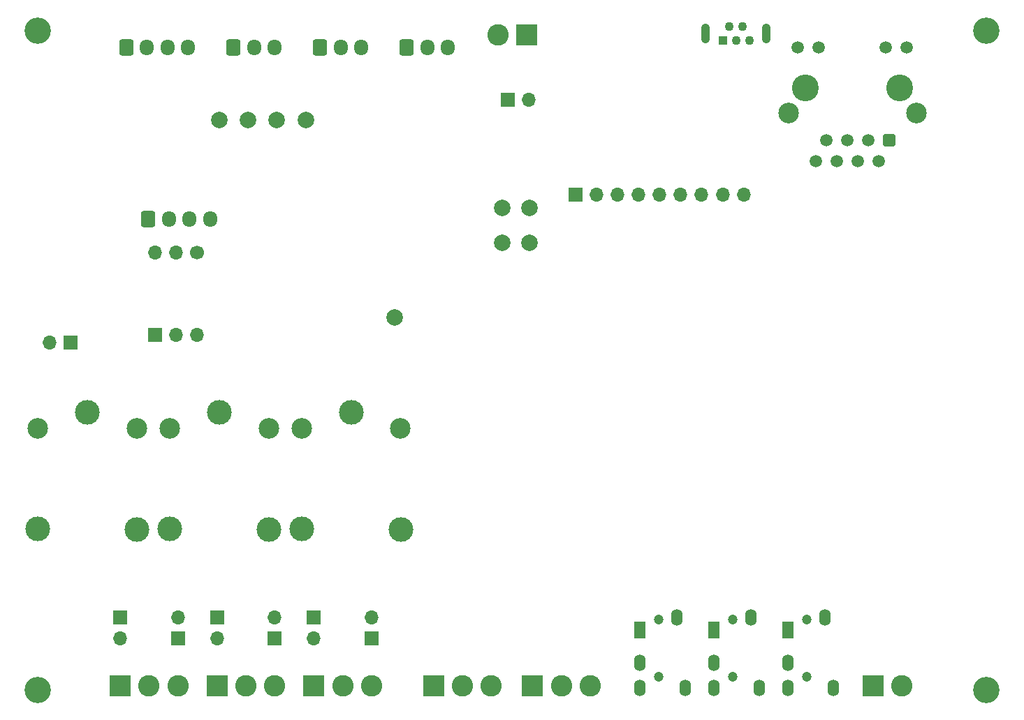
<source format=gbr>
%TF.GenerationSoftware,KiCad,Pcbnew,8.0.6*%
%TF.CreationDate,2024-12-11T15:10:48+01:00*%
%TF.ProjectId,fastLOGIC,66617374-4c4f-4474-9943-2e6b69636164,rev?*%
%TF.SameCoordinates,Original*%
%TF.FileFunction,Soldermask,Bot*%
%TF.FilePolarity,Negative*%
%FSLAX46Y46*%
G04 Gerber Fmt 4.6, Leading zero omitted, Abs format (unit mm)*
G04 Created by KiCad (PCBNEW 8.0.6) date 2024-12-11 15:10:48*
%MOMM*%
%LPD*%
G01*
G04 APERTURE LIST*
G04 Aperture macros list*
%AMRoundRect*
0 Rectangle with rounded corners*
0 $1 Rounding radius*
0 $2 $3 $4 $5 $6 $7 $8 $9 X,Y pos of 4 corners*
0 Add a 4 corners polygon primitive as box body*
4,1,4,$2,$3,$4,$5,$6,$7,$8,$9,$2,$3,0*
0 Add four circle primitives for the rounded corners*
1,1,$1+$1,$2,$3*
1,1,$1+$1,$4,$5*
1,1,$1+$1,$6,$7*
1,1,$1+$1,$8,$9*
0 Add four rect primitives between the rounded corners*
20,1,$1+$1,$2,$3,$4,$5,0*
20,1,$1+$1,$4,$5,$6,$7,0*
20,1,$1+$1,$6,$7,$8,$9,0*
20,1,$1+$1,$8,$9,$2,$3,0*%
G04 Aperture macros list end*
%ADD10R,1.700000X1.700000*%
%ADD11O,1.700000X1.700000*%
%ADD12R,2.600000X2.600000*%
%ADD13C,2.600000*%
%ADD14C,3.200000*%
%ADD15C,3.250000*%
%ADD16RoundRect,0.250500X0.499500X0.499500X-0.499500X0.499500X-0.499500X-0.499500X0.499500X-0.499500X0*%
%ADD17C,1.500000*%
%ADD18C,2.500000*%
%ADD19C,3.000000*%
%ADD20RoundRect,0.250000X-0.600000X-0.725000X0.600000X-0.725000X0.600000X0.725000X-0.600000X0.725000X0*%
%ADD21O,1.700000X1.950000*%
%ADD22C,1.700000*%
%ADD23R,1.100000X1.100000*%
%ADD24C,1.100000*%
%ADD25O,1.100000X2.400000*%
%ADD26C,2.000000*%
%ADD27C,1.200000*%
%ADD28O,1.400000X2.000000*%
%ADD29R,1.400000X2.000000*%
G04 APERTURE END LIST*
D10*
%TO.C,J11*%
X177750000Y-115040000D03*
D11*
X177750000Y-112500000D03*
%TD*%
D10*
%TO.C,J6*%
X170750000Y-112460000D03*
D11*
X170750000Y-115000000D03*
%TD*%
D10*
%TO.C,J24*%
X166000000Y-115025000D03*
D11*
X166000000Y-112485000D03*
%TD*%
D12*
%TO.C,J9*%
X209000000Y-120795000D03*
D13*
X212500000Y-120795000D03*
X216000000Y-120795000D03*
%TD*%
D10*
%TO.C,J22*%
X182500000Y-112475000D03*
D11*
X182500000Y-115015000D03*
%TD*%
D14*
%TO.C,H2*%
X149000000Y-41250000D03*
%TD*%
D12*
%TO.C,J2*%
X208300000Y-41800000D03*
D13*
X204800000Y-41800000D03*
%TD*%
D15*
%TO.C,J23*%
X253465000Y-48250000D03*
X242035000Y-48250000D03*
D16*
X252190000Y-54610000D03*
D17*
X250930000Y-57150000D03*
X249650000Y-54610000D03*
X248390000Y-57150000D03*
X247110000Y-54610000D03*
X245850000Y-57150000D03*
X244570000Y-54610000D03*
X243310000Y-57150000D03*
X254375000Y-43350000D03*
X251835000Y-43350000D03*
X243665000Y-43350000D03*
X241125000Y-43350000D03*
D18*
X255495000Y-51300000D03*
X240005000Y-51300000D03*
%TD*%
D10*
%TO.C,JP1*%
X206000000Y-49700000D03*
D11*
X208540000Y-49700000D03*
%TD*%
D19*
%TO.C,K3*%
X187050000Y-87600000D03*
D18*
X181000000Y-89550000D03*
D19*
X181000000Y-101750000D03*
X193050000Y-101800000D03*
D18*
X193000000Y-89550000D03*
%TD*%
D12*
%TO.C,J4*%
X250282500Y-120750000D03*
D13*
X253782500Y-120750000D03*
%TD*%
D10*
%TO.C,J19*%
X189500000Y-115025000D03*
D11*
X189500000Y-112485000D03*
%TD*%
D20*
%TO.C,J1*%
X183250000Y-43282500D03*
D21*
X185750000Y-43282500D03*
X188250000Y-43282500D03*
%TD*%
D14*
%TO.C,H5*%
X264000000Y-41250000D03*
%TD*%
D10*
%TO.C,J10*%
X214240000Y-61141700D03*
D11*
X216780000Y-61141700D03*
X219320000Y-61141700D03*
X221860000Y-61141700D03*
X224400000Y-61141700D03*
X226940000Y-61141700D03*
X229480000Y-61141700D03*
X232040000Y-61143861D03*
X234580000Y-61144926D03*
%TD*%
D20*
%TO.C,J3*%
X193750000Y-43282500D03*
D21*
X196250000Y-43282500D03*
X198750000Y-43282500D03*
%TD*%
D10*
%TO.C,U2*%
X163210000Y-78170000D03*
D11*
X165750000Y-78170000D03*
X168290000Y-78170000D03*
D22*
X168290000Y-68170000D03*
D11*
X165750000Y-68170000D03*
X163210000Y-68170000D03*
%TD*%
D10*
%TO.C,JP2*%
X153000000Y-79100000D03*
D11*
X150460000Y-79100000D03*
%TD*%
D12*
%TO.C,J14*%
X170750000Y-120750000D03*
D13*
X174250000Y-120750000D03*
X177750000Y-120750000D03*
%TD*%
D12*
%TO.C,J15*%
X159000000Y-120750000D03*
D13*
X162500000Y-120750000D03*
X166000000Y-120750000D03*
%TD*%
D19*
%TO.C,K2*%
X171050000Y-87600000D03*
D18*
X165000000Y-89550000D03*
D19*
X165000000Y-101750000D03*
X177050000Y-101800000D03*
D18*
X177000000Y-89550000D03*
%TD*%
D20*
%TO.C,J13*%
X172750000Y-43282500D03*
D21*
X175250000Y-43282500D03*
X177750000Y-43282500D03*
%TD*%
D19*
%TO.C,K1*%
X155050000Y-87600000D03*
D18*
X149000000Y-89550000D03*
D19*
X149000000Y-101750000D03*
X161050000Y-101800000D03*
D18*
X161000000Y-89550000D03*
%TD*%
D12*
%TO.C,J8*%
X197000000Y-120795000D03*
D13*
X200500000Y-120795000D03*
X204000000Y-120795000D03*
%TD*%
D14*
%TO.C,H1*%
X149000000Y-121250000D03*
%TD*%
D12*
%TO.C,J16*%
X182500000Y-120750000D03*
D13*
X186000000Y-120750000D03*
X189500000Y-120750000D03*
%TD*%
D14*
%TO.C,H3*%
X264000000Y-121250000D03*
%TD*%
D10*
%TO.C,J25*%
X159000000Y-112475000D03*
D11*
X159000000Y-115015000D03*
%TD*%
D20*
%TO.C,J5*%
X159750000Y-43282500D03*
D21*
X162250000Y-43282500D03*
X164750000Y-43282500D03*
X167250000Y-43282500D03*
%TD*%
D20*
%TO.C,J26*%
X162400000Y-64100000D03*
D21*
X164900000Y-64100000D03*
X167400000Y-64100000D03*
X169900000Y-64100000D03*
%TD*%
D23*
%TO.C,J17*%
X232050000Y-42500000D03*
D24*
X232850000Y-40750000D03*
X233650000Y-42500000D03*
X234450000Y-40750000D03*
X235250000Y-42500000D03*
D25*
X230000000Y-41625000D03*
X237300000Y-41625000D03*
%TD*%
D26*
%TO.C,TP1*%
X192300000Y-76100000D03*
%TD*%
%TO.C,TP5*%
X174500000Y-52100000D03*
%TD*%
%TO.C,TP4*%
X181500000Y-52100000D03*
%TD*%
%TO.C,TP3*%
X178000000Y-52100000D03*
%TD*%
D27*
%TO.C,J20*%
X224267500Y-112700000D03*
X224267500Y-119700000D03*
D28*
X227467500Y-121000000D03*
X221967500Y-118000000D03*
X221967500Y-121000000D03*
X226467500Y-112500000D03*
D29*
X221967500Y-114000000D03*
%TD*%
D26*
%TO.C,TP9*%
X205300000Y-67000000D03*
%TD*%
%TO.C,TP8*%
X208600000Y-67000000D03*
%TD*%
%TO.C,TP7*%
X208600000Y-62800000D03*
%TD*%
D27*
%TO.C,J12*%
X233267500Y-112700000D03*
X233267500Y-119700000D03*
D28*
X236467500Y-121000000D03*
X230967500Y-118000000D03*
X230967500Y-121000000D03*
X235467500Y-112500000D03*
D29*
X230967500Y-114000000D03*
%TD*%
D27*
%TO.C,J18*%
X242267500Y-112700000D03*
X242267500Y-119700000D03*
D28*
X245467500Y-121000000D03*
X239967500Y-118000000D03*
X239967500Y-121000000D03*
X244467500Y-112500000D03*
D29*
X239967500Y-114000000D03*
%TD*%
D26*
%TO.C,TP6*%
X171000000Y-52100000D03*
%TD*%
%TO.C,TP2*%
X205300000Y-62800000D03*
%TD*%
M02*

</source>
